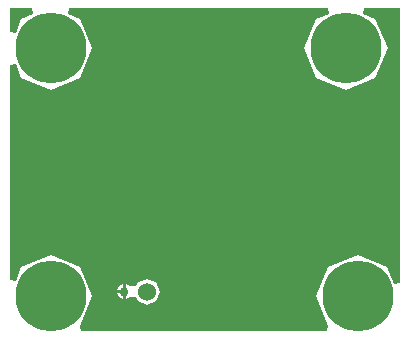
<source format=gbl>
%FSLAX25Y25*%
%MOIN*%
G70*
G01*
G75*
G04 Layer_Physical_Order=2*
G04 Layer_Color=16711680*
%ADD10R,0.11811X0.05906*%
%ADD11R,0.11811X0.03937*%
%ADD12R,0.03000X0.02500*%
%ADD13C,0.01000*%
%ADD14C,0.06000*%
%ADD15C,0.03000*%
%ADD16C,0.03937*%
%ADD17C,0.23622*%
G36*
X132235Y18202D02*
X130304Y17818D01*
X127915Y23585D01*
X118110Y27646D01*
X108305Y23585D01*
X104244Y13780D01*
X108305Y3974D01*
Y3974D01*
Y3974D01*
X107937Y2124D01*
X25921D01*
X25553Y3974D01*
Y3974D01*
D01*
X29615Y13780D01*
X25553Y23585D01*
X15748Y27646D01*
X5943Y23585D01*
X4054Y19025D01*
X2124Y19409D01*
Y90827D01*
X4054Y91211D01*
X5943Y86652D01*
X15748Y82590D01*
X25553Y86652D01*
X29615Y96457D01*
X25553Y106262D01*
X21488Y107946D01*
X21872Y109876D01*
X108049D01*
X108433Y107946D01*
X104368Y106262D01*
X100307Y96457D01*
X104368Y86652D01*
X114173Y82590D01*
X123978Y86652D01*
X128040Y96457D01*
X123978Y106262D01*
X119913Y107946D01*
X120297Y109876D01*
X132235D01*
Y18202D01*
D02*
G37*
G36*
X10008Y107946D02*
X5943Y106262D01*
X4054Y101702D01*
X2124Y102086D01*
Y109827D01*
X2173Y109876D01*
X9624D01*
X10008Y107946D01*
D02*
G37*
%LPC*%
G36*
X39783Y14925D02*
X37785D01*
X38370Y13512D01*
X39783Y12926D01*
Y14925D01*
D02*
G37*
G36*
Y17924D02*
X38370Y17339D01*
X37785Y15925D01*
X39783D01*
Y17924D01*
D02*
G37*
G36*
X47783Y19755D02*
X44722Y18487D01*
X44206Y17241D01*
X42237D01*
X42197Y17339D01*
X40784Y17924D01*
Y15425D01*
Y12926D01*
X42197Y13512D01*
X42237Y13610D01*
X44206D01*
X44722Y12364D01*
X47783Y11096D01*
X50845Y12364D01*
X52113Y15425D01*
X50845Y18487D01*
X47783Y19755D01*
D02*
G37*
%LPD*%
D14*
Y15425D02*
D03*
D15*
X40284D02*
D03*
D16*
X9484Y20043D02*
D03*
X22012D02*
D03*
X15748Y22638D02*
D03*
X6890Y13780D02*
D03*
X9484Y7516D02*
D03*
X15748Y4921D02*
D03*
X22012Y7516D02*
D03*
X24606Y13780D02*
D03*
X111846Y20043D02*
D03*
X124374D02*
D03*
X118110Y22638D02*
D03*
X109252Y13780D02*
D03*
X111846Y7516D02*
D03*
X118110Y4921D02*
D03*
X124374Y7516D02*
D03*
X126969Y13780D02*
D03*
X9484Y102720D02*
D03*
X22012D02*
D03*
X15748Y105315D02*
D03*
X6890Y96457D02*
D03*
X9484Y90193D02*
D03*
X15748Y87598D02*
D03*
X22012Y90193D02*
D03*
X24606Y96457D02*
D03*
X107910Y102720D02*
D03*
X120437D02*
D03*
X114173Y105315D02*
D03*
X105315Y96457D02*
D03*
X107910Y90193D02*
D03*
X114173Y87598D02*
D03*
X120437Y90193D02*
D03*
X123031Y96457D02*
D03*
D17*
X15748Y13780D02*
D03*
X118110D02*
D03*
X15748Y96457D02*
D03*
X114173D02*
D03*
M02*

</source>
